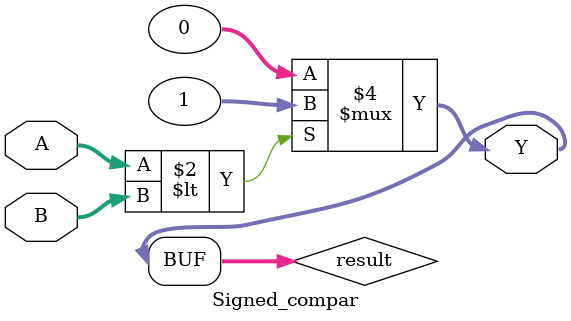
<source format=v>
`timescale 1ns / 1ps

module Signed_compar (
    input [31:0] A,  
    input [31:0] B,  
    output [31:0] Y  
);

    reg [31:0] result;
    always @(*) begin
        if ($signed(A) < $signed(B)) begin
            result = 32'd1;  
        end else begin
            result = 32'd0; 
        end
    end

    assign Y = result; 
endmodule


</source>
